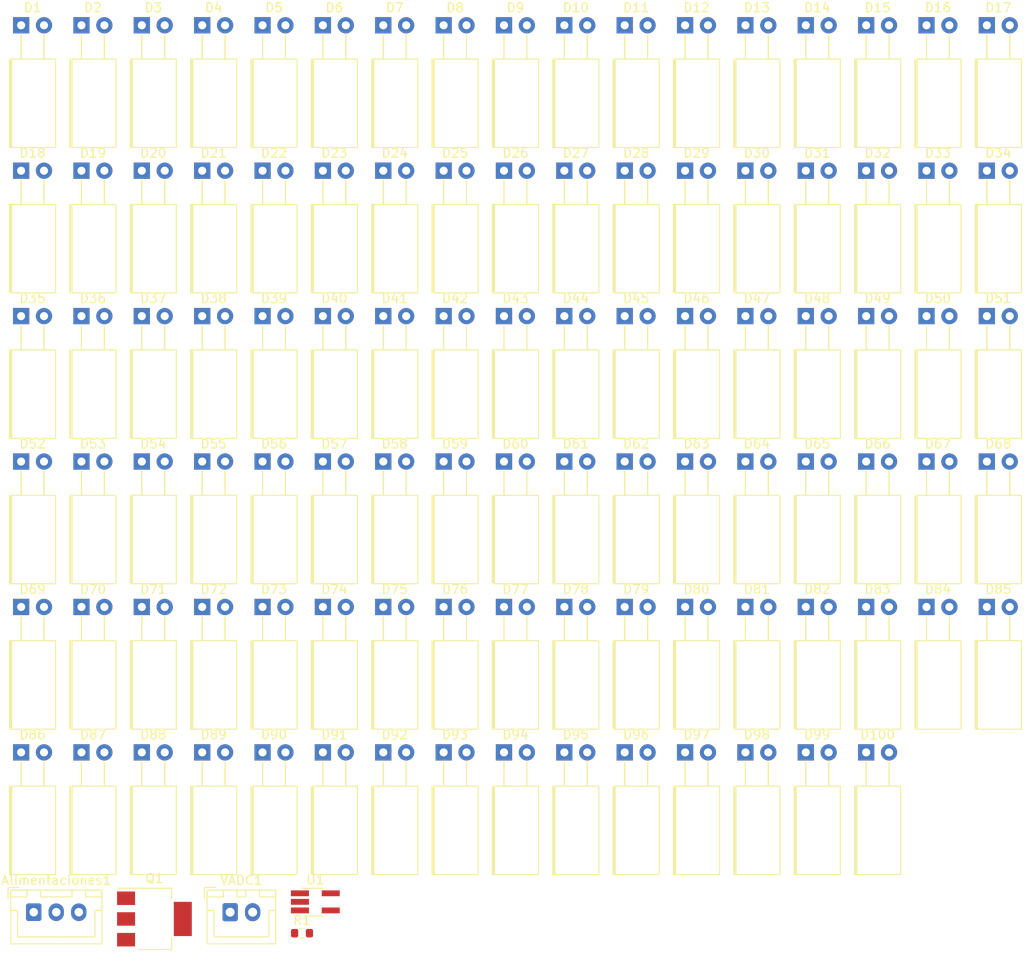
<source format=kicad_pcb>
(kicad_pcb (version 20221018) (generator pcbnew)
  (layers (0 "F.Cu" signal) (31 "B.Cu" signal) (34 "B.Paste" user) (35 "F.Paste" user) (36 "B.SilkS" user "B.Silkscreen") (37 "F.SilkS" user "F.Silkscreen") (38 "B.Mask" user) (39 "F.Mask" user) (44 "Edge.Cuts" user))
  (net 0 "")
  (net 1 "Vboost")
  (net 2 "GND")
  (net 3 "Bat")
  (net 4 "Net-(D1-K)")
  (net 5 "Net-(D2-K)")
  (net 6 "Net-(D3-K)")
  (net 7 "Net-(D4-K)")
  (net 8 "Net-(D5-K)")
  (net 9 "Net-(D6-K)")
  (net 10 "Net-(D7-K)")
  (net 11 "Net-(D8-K)")
  (net 12 "Net-(D10-A)")
  (net 13 "Net-(D10-K)")
  (net 14 "Net-(D11-K)")
  (net 15 "Net-(D12-K)")
  (net 16 "Net-(D13-K)")
  (net 17 "Net-(D14-K)")
  (net 18 "Net-(D15-K)")
  (net 19 "Net-(D16-K)")
  (net 20 "Net-(D17-K)")
  (net 21 "Net-(D18-K)")
  (net 22 "Net-(D19-K)")
  (net 23 "Net-(D21-K)")
  (net 24 "Net-(D22-K)")
  (net 25 "Net-(D23-K)")
  (net 26 "Net-(D24-K)")
  (net 27 "Net-(D25-K)")
  (net 28 "Net-(D26-K)")
  (net 29 "Net-(D27-K)")
  (net 30 "Net-(D28-K)")
  (net 31 "Net-(D29-K)")
  (net 32 "Net-(D31-K)")
  (net 33 "Net-(D32-K)")
  (net 34 "Net-(D33-K)")
  (net 35 "Net-(D34-K)")
  (net 36 "Net-(D35-K)")
  (net 37 "Net-(D36-K)")
  (net 38 "Net-(D37-K)")
  (net 39 "Net-(D38-K)")
  (net 40 "Net-(D39-K)")
  (net 41 "Net-(D41-K)")
  (net 42 "Net-(D42-K)")
  (net 43 "Net-(D43-K)")
  (net 44 "Net-(D44-K)")
  (net 45 "Net-(D45-K)")
  (net 46 "Net-(D46-K)")
  (net 47 "Net-(D47-K)")
  (net 48 "Net-(D48-K)")
  (net 49 "Net-(D49-K)")
  (net 50 "Net-(D51-K)")
  (net 51 "Net-(D52-K)")
  (net 52 "Net-(D53-K)")
  (net 53 "Net-(D54-K)")
  (net 54 "Net-(D55-K)")
  (net 55 "Net-(D56-K)")
  (net 56 "Net-(D57-K)")
  (net 57 "Net-(D58-K)")
  (net 58 "Net-(D59-K)")
  (net 59 "Net-(D61-K)")
  (net 60 "Net-(D62-K)")
  (net 61 "Net-(D63-K)")
  (net 62 "Net-(D64-K)")
  (net 63 "Net-(D65-K)")
  (net 64 "Net-(D66-K)")
  (net 65 "Net-(D67-K)")
  (net 66 "Net-(D68-K)")
  (net 67 "Net-(D69-K)")
  (net 68 "Net-(D71-K)")
  (net 69 "Net-(D72-K)")
  (net 70 "Net-(D73-K)")
  (net 71 "Net-(D74-K)")
  (net 72 "Net-(D75-K)")
  (net 73 "Net-(D76-K)")
  (net 74 "Net-(D77-K)")
  (net 75 "Net-(D78-K)")
  (net 76 "Net-(D79-K)")
  (net 77 "Net-(D81-K)")
  (net 78 "Net-(D82-K)")
  (net 79 "Net-(D83-K)")
  (net 80 "Net-(D84-K)")
  (net 81 "Net-(D85-K)")
  (net 82 "Net-(D86-K)")
  (net 83 "Net-(D87-K)")
  (net 84 "Net-(D88-K)")
  (net 85 "Net-(D89-K)")
  (net 86 "Net-(D91-K)")
  (net 87 "Net-(D92-K)")
  (net 88 "Net-(D93-K)")
  (net 89 "Net-(D94-K)")
  (net 90 "Net-(D95-K)")
  (net 91 "Net-(D96-K)")
  (net 92 "Net-(D97-K)")
  (net 93 "Net-(D98-K)")
  (net 94 "Net-(D100-A)")
  (net 95 "Net-(Q1-B)")
  (net 96 "Net-(Q1-E)")
  (net 97 "ADC")
  (footprint "LED_THT:LED_Rectangular_W5.0mm_H2.0mm_Horizontal_O3.81mm_Z3.0mm" (layer "F.Cu") (at 170.745 67.17)
    (fp_text reference "D47" (at 1.27 -1.96) (layer "F.SilkS"))
    (fp_text value "LED")
    (pad "1" thru_hole rect (at 0 0) (size 1.8 1.8) (drill 0.9) (layers "*.Cu" "*.Mask") (net 47 "Net-(D47-K)"))
    (pad "2" thru_hole circle (at 2.54 0) (size 1.8 1.8) (drill 0.9) (layers "*.Cu" "*.Mask") (net 46 "Net-(D46-K)"))
  )
  (footprint "LED_THT:LED_Rectangular_W5.0mm_H2.0mm_Horizontal_O3.81mm_Z3.0mm" (layer "F.Cu") (at 110.445 67.17)
    (fp_text reference "D38" (at 1.27 -1.96) (layer "F.SilkS"))
    (fp_text value "LED")
    (pad "1" thru_hole rect (at 0 0) (size 1.8 1.8) (drill 0.9) (layers "*.Cu" "*.Mask") (net 39 "Net-(D38-K)"))
    (pad "2" thru_hole circle (at 2.54 0) (size 1.8 1.8) (drill 0.9) (layers "*.Cu" "*.Mask") (net 38 "Net-(D37-K)"))
  )
  (footprint "LED_THT:LED_Rectangular_W5.0mm_H2.0mm_Horizontal_O3.81mm_Z3.0mm" (layer "F.Cu") (at 97.045 99.47)
    (fp_text reference "D70" (at 1.27 -1.96) (layer "F.SilkS"))
    (fp_text value "LED")
    (pad "1" thru_hole rect (at 0 0) (size 1.8 1.8) (drill 0.9) (layers "*.Cu" "*.Mask") (net 13 "Net-(D10-K)"))
    (pad "2" thru_hole circle (at 2.54 0) (size 1.8 1.8) (drill 0.9) (layers "*.Cu" "*.Mask") (net 67 "Net-(D69-K)"))
  )
  (footprint "LED_THT:LED_Rectangular_W5.0mm_H2.0mm_Horizontal_O3.81mm_Z3.0mm" (layer "F.Cu") (at 103.745 34.87)
    (fp_text reference "D3" (at 1.27 -1.96) (layer "F.SilkS"))
    (fp_text value "LED")
    (pad "1" thru_hole rect (at 0 0) (size 1.8 1.8) (drill 0.9) (layers "*.Cu" "*.Mask") (net 6 "Net-(D3-K)"))
    (pad "2" thru_hole circle (at 2.54 0) (size 1.8 1.8) (drill 0.9) (layers "*.Cu" "*.Mask") (net 5 "Net-(D2-K)"))
  )
  (footprint "LED_THT:LED_Rectangular_W5.0mm_H2.0mm_Horizontal_O3.81mm_Z3.0mm" (layer "F.Cu") (at 130.545 115.62)
    (fp_text reference "D92" (at 1.27 -1.96) (layer "F.SilkS"))
    (fp_text value "LED")
    (pad "1" thru_hole rect (at 0 0) (size 1.8 1.8) (drill 0.9) (layers "*.Cu" "*.Mask") (net 87 "Net-(D92-K)"))
    (pad "2" thru_hole circle (at 2.54 0) (size 1.8 1.8) (drill 0.9) (layers "*.Cu" "*.Mask") (net 86 "Net-(D91-K)"))
  )
  (footprint "LED_THT:LED_Rectangular_W5.0mm_H2.0mm_Horizontal_O3.81mm_Z3.0mm" (layer "F.Cu") (at 157.345 83.32)
    (fp_text reference "D62" (at 1.27 -1.96) (layer "F.SilkS"))
    (fp_text value "LED")
    (pad "1" thru_hole rect (at 0 0) (size 1.8 1.8) (drill 0.9) (layers "*.Cu" "*.Mask") (net 60 "Net-(D62-K)"))
    (pad "2" thru_hole circle (at 2.54 0) (size 1.8 1.8) (drill 0.9) (layers "*.Cu" "*.Mask") (net 59 "Net-(D61-K)"))
  )
  (footprint "LED_THT:LED_Rectangular_W5.0mm_H2.0mm_Horizontal_O3.81mm_Z3.0mm" (layer "F.Cu") (at 177.445 67.17)
    (fp_text reference "D48" (at 1.27 -1.96) (layer "F.SilkS"))
    (fp_text value "LED")
    (pad "1" thru_hole rect (at 0 0) (size 1.8 1.8) (drill 0.9) (layers "*.Cu" "*.Mask") (net 48 "Net-(D48-K)"))
    (pad "2" thru_hole circle (at 2.54 0) (size 1.8 1.8) (drill 0.9) (layers "*.Cu" "*.Mask") (net 47 "Net-(D47-K)"))
  )
  (footprint "LED_THT:LED_Rectangular_W5.0mm_H2.0mm_Horizontal_O3.81mm_Z3.0mm" (layer "F.Cu") (at 190.845 83.32)
    (fp_text reference "D67" (at 1.27 -1.96) (layer "F.SilkS"))
    (fp_text value "LED")
    (pad "1" thru_hole rect (at 0 0) (size 1.8 1.8) (drill 0.9) (layers "*.Cu" "*.Mask") (net 65 "Net-(D67-K)"))
    (pad "2" thru_hole circle (at 2.54 0) (size 1.8 1.8) (drill 0.9) (layers "*.Cu" "*.Mask") (net 64 "Net-(D66-K)"))
  )
  (footprint "LED_THT:LED_Rectangular_W5.0mm_H2.0mm_Horizontal_O3.81mm_Z3.0mm" (layer "F.Cu") (at 90.345 67.17)
    (fp_text reference "D35" (at 1.27 -1.96) (layer "F.SilkS"))
    (fp_text value "LED")
    (pad "1" thru_hole rect (at 0 0) (size 1.8 1.8) (drill 0.9) (layers "*.Cu" "*.Mask") (net 36 "Net-(D35-K)"))
    (pad "2" thru_hole circle (at 2.54 0) (size 1.8 1.8) (drill 0.9) (layers "*.Cu" "*.Mask") (net 35 "Net-(D34-K)"))
  )
  (footprint "LED_THT:LED_Rectangular_W5.0mm_H2.0mm_Horizontal_O3.81mm_Z3.0mm" (layer "F.Cu") (at 164.045 34.87)
    (fp_text reference "D12" (at 1.27 -1.96) (layer "F.SilkS"))
    (fp_text value "LED")
    (pad "1" thru_hole rect (at 0 0) (size 1.8 1.8) (drill 0.9) (layers "*.Cu" "*.Mask") (net 15 "Net-(D12-K)"))
    (pad "2" thru_hole circle (at 2.54 0) (size 1.8 1.8) (drill 0.9) (layers "*.Cu" "*.Mask") (net 14 "Net-(D11-K)"))
  )
  (footprint "LED_THT:LED_Rectangular_W5.0mm_H2.0mm_Horizontal_O3.81mm_Z3.0mm" (layer "F.Cu") (at 143.945 99.47)
    (fp_text reference "D77" (at 1.27 -1.96) (layer "F.SilkS"))
    (fp_text value "LED")
    (pad "1" thru_hole rect (at 0 0) (size 1.8 1.8) (drill 0.9) (layers "*.Cu" "*.Mask") (net 74 "Net-(D77-K)"))
    (pad "2" thru_hole circle (at 2.54 0) (size 1.8 1.8) (drill 0.9) (layers "*.Cu" "*.Mask") (net 73 "Net-(D76-K)"))
  )
  (footprint "LED_THT:LED_Rectangular_W5.0mm_H2.0mm_Horizontal_O3.81mm_Z3.0mm" (layer "F.Cu") (at 110.445 115.62)
    (fp_text reference "D89" (at 1.27 -1.96) (layer "F.SilkS"))
    (fp_text value "LED")
    (pad "1" thru_hole rect (at 0 0) (size 1.8 1.8) (drill 0.9) (layers "*.Cu" "*.Mask") (net 85 "Net-(D89-K)"))
    (pad "2" thru_hole circle (at 2.54 0) (size 1.8 1.8) (drill 0.9) (layers "*.Cu" "*.Mask") (net 84 "Net-(D88-K)"))
  )
  (footprint "LED_THT:LED_Rectangular_W5.0mm_H2.0mm_Horizontal_O3.81mm_Z3.0mm" (layer "F.Cu") (at 90.345 51.02)
    (fp_text reference "D18" (at 1.27 -1.96) (layer "F.SilkS"))
    (fp_text value "LED")
    (pad "1" thru_hole rect (at 0 0) (size 1.8 1.8) (drill 0.9) (layers "*.Cu" "*.Mask") (net 21 "Net-(D18-K)"))
    (pad "2" thru_hole circle (at 2.54 0) (size 1.8 1.8) (drill 0.9) (layers "*.Cu" "*.Mask") (net 20 "Net-(D17-K)"))
  )
  (footprint "LED_THT:LED_Rectangular_W5.0mm_H2.0mm_Horizontal_O3.81mm_Z3.0mm" (layer "F.Cu") (at 123.845 83.32)
    (fp_text reference "D57" (at 1.27 -1.96) (layer "F.SilkS"))
    (fp_text value "LED")
    (pad "1" thru_hole rect (at 0 0) (size 1.8 1.8) (drill 0.9) (layers "*.Cu" "*.Mask") (net 56 "Net-(D57-K)"))
    (pad "2" thru_hole circle (at 2.54 0) (size 1.8 1.8) (drill 0.9) (layers "*.Cu" "*.Mask") (net 55 "Net-(D56-K)"))
  )
  (footprint "LED_THT:LED_Rectangular_W5.0mm_H2.0mm_Horizontal_O3.81mm_Z3.0mm" (layer "F.Cu") (at 164.045 51.02)
    (fp_text reference "D29" (at 1.27 -1.96) (layer "F.SilkS"))
    (fp_text value "LED")
    (pad "1" thru_hole rect (at 0 0) (size 1.8 1.8) (drill 0.9) (layers "*.Cu" "*.Mask") (net 31 "Net-(D29-K)"))
    (pad "2" thru_hole circle (at 2.54 0) (size 1.8 1.8) (drill 0.9) (layers "*.Cu" "*.Mask") (net 30 "Net-(D28-K)"))
  )
  (footprint "LED_THT:LED_Rectangular_W5.0mm_H2.0mm_Horizontal_O3.81mm_Z3.0mm" (layer "F.Cu") (at 157.345 115.62)
    (fp_text reference "D96" (at 1.27 -1.96) (layer "F.SilkS"))
    (fp_text value "LED")
    (pad "1" thru_hole rect (at 0 0) (size 1.8 1.8) (drill 0.9) (layers "*.Cu" "*.Mask") (net 91 "Net-(D96-K)"))
    (pad "2" thru_hole circle (at 2.54 0) (size 1.8 1.8) (drill 0.9) (layers "*.Cu" "*.Mask") (net 90 "Net-(D95-K)"))
  )
  (footprint "LED_THT:LED_Rectangular_W5.0mm_H2.0mm_Horizontal_O3.81mm_Z3.0mm" (layer "F.Cu") (at 190.845 67.17)
    (fp_text reference "D50" (at 1.27 -1.96) (layer "F.SilkS"))
    (fp_text value "LED")
    (pad "1" thru_hole rect (at 0 0) (size 1.8 1.8) (drill 0.9) (layers "*.Cu" "*.Mask") (net 13 "Net-(D10-K)"))
    (pad "2" thru_hole circle (at 2.54 0) (size 1.8 1.8) (drill 0.9) (layers "*.Cu" "*.Mask") (net 49 "Net-(D49-K)"))
  )
  (footprint "LED_THT:LED_Rectangular_W5.0mm_H2.0mm_Horizontal_O3.81mm_Z3.0mm" (layer "F.Cu") (at 137.245 34.87)
    (fp_text reference "D8" (at 1.27 -1.96) (layer "F.SilkS"))
    (fp_text value "LED")
    (pad "1" thru_hole rect (at 0 0) (size 1.8 1.8) (drill 0.9) (layers "*.Cu" "*.Mask") (net 11 "Net-(D8-K)"))
    (pad "2" thru_hole circle (at 2.54 0) (size 1.8 1.8) (drill 0.9) (layers "*.Cu" "*.Mask") (net 10 "Net-(D7-K)"))
  )
  (footprint "LED_THT:LED_Rectangular_W5.0mm_H2.0mm_Horizontal_O3.81mm_Z3.0mm" (layer "F.Cu") (at 164.045 115.62)
    (fp_text reference "D97" (at 1.27 -1.96) (layer "F.SilkS"))
    (fp_text value "LED")
    (pad "1" thru_hole rect (at 0 0) (size 1.8 1.8) (drill 0.9) (layers "*.Cu" "*.Mask") (net 92 "Net-(D97-K)"))
    (pad "2" thru_hole circle (at 2.54 0) (size 1.8 1.8) (drill 0.9) (layers "*.Cu" "*.Mask") (net 91 "Net-(D96-K)"))
  )
  (footprint "LED_THT:LED_Rectangular_W5.0mm_H2.0mm_Horizontal_O3.81mm_Z3.0mm" (layer "F.Cu") (at 150.645 115.62)
    (fp_text reference "D95" (at 1.27 -1.96) (layer "F.SilkS"))
    (fp_text value "LED")
    (pad "1" thru_hole rect (at 0 0) (size 1.8 1.8) (drill 0.9) (layers "*.Cu" "*.Mask") (net 90 "Net-(D95-K)"))
    (pad "2" thru_hole circle (at 2.54 0) (size 1.8 1.8) (drill 0.9) (layers "*.Cu" "*.Mask") (net 89 "Net-(D94-K)"))
  )
  (footprint "LED_THT:LED_Rectangular_W5.0mm_H2.0mm_Horizontal_O3.81mm_Z3.0mm" (layer "F.Cu") (at 197.545 67.17)
    (fp_text reference "D51" (at 1.27 -1.96) (layer "F.SilkS"))
    (fp_text value "LED")
    (pad "1" thru_hole rect (at 0 0) (size 1.8 1.8) (drill 0.9) (layers "*.Cu" "*.Mask") (net 50 "Net-(D51-K)"))
    (pad "2" thru_hole circle (at 2.54 0) (size 1.8 1.8) (drill 0.9) (layers "*.Cu" "*.Mask") (net 1 "Vboost"))
  )
  (footprint "LED_THT:LED_Rectangular_W5.0mm_H2.0mm_Horizontal_O3.81mm_Z3.0mm" (layer "F.Cu") (at 164.045 99.47)
    (fp_text reference "D80" (at 1.27 -1.96) (layer "F.SilkS"))
    (fp_text value "LED")
    (pad "1" thru_hole rect (at 0 0) (size 1.8 1.8) (drill 0.9) (layers "*.Cu" "*.Mask") (net 13 "Net-(D10-K)"))
    (pad "2" thru_hole circle (at 2.54 0) (size 1.8 1.8) (drill 0.9) (layers "*.Cu" "*.Mask") (net 76 "Net-(D79-K)"))
  )
  (footprint "LED_THT:LED_Rectangular_W5.0mm_H2.0mm_Horizontal_O3.81mm_Z3.0mm" (layer "F.Cu") (at 110.445 51.02)
    (fp_text reference "D21" (at 1.27 -1.96) (layer "F.SilkS"))
    (fp_text value "LED")
    (pad "1" thru_hole rect (at 0 0) (size 1.8 1.8) (drill 0.9) (layers "*.Cu" "*.Mask") (net 23 "Net-(D21-K)"))
    (pad "2" thru_hole circle (at 2.54 0) (size 1.8 1.8) (drill 0.9) (layers "*.Cu" "*.Mask") (net 1 "Vboost"))
  )
  (footprint "LED_THT:LED_Rectangular_W5.0mm_H2.0mm_Horizontal_O3.81mm_Z3.0mm" (layer "F.Cu") (at 190.845 34.87)
    (fp_text reference "D16" (at 1.27 -1.96) (layer "F.SilkS"))
    (fp_text value "LED")
    (pad "1" thru_hole rect (at 0 0) (size 1.8 1.8) (drill 0.9) (layers "*.Cu" "*.Mask") (net 19 "Net-(D16-K)"))
    (pad "2" thru_hole circle (at 2.54 0) (size 1.8 1.8) (drill 0.9) (layers "*.Cu" "*.Mask") (net 18 "Net-(D15-K)"))
  )
  (footprint "LED_THT:LED_Rectangular_W5.0mm_H2.0mm_Horizontal_O3.81mm_Z3.0mm" (layer "F.Cu") (at 197.545 34.87)
    (fp_text reference "D17" (at 1.27 -1.96) (layer "F.SilkS"))
    (fp_text value "LED")
    (pad "1" thru_hole rect (at 0 0) (size 1.8 1.8) (drill 0.9) (layers "*.Cu" "*.Mask") (net 20 "Net-(D17-K)"))
    (pad "2" thru_hole circle (at 2.54 0) (size 1.8 1.8) (drill 0.9) (layers "*.Cu" "*.Mask") (net 19 "Net-(D16-K)"))
  )
  (footprint "LED_THT:LED_Rectangular_W5.0mm_H2.0mm_Horizontal_O3.81mm_Z3.0mm" (layer "F.Cu") (at 150.645 99.47)
    (fp_text reference "D78" (at 1.27 -1.96) (layer "F.SilkS"))
    (fp_text value "LED")
    (pad "1" thru_hole rect (at 0 0) (size 1.8 1.8) (drill 0.9) (layers "*.Cu" "*.Mask") (net 75 "Net-(D78-K)"))
    (pad "2" thru_hole circle (at 2.54 0) (size 1.8 1.8) (drill 0.9) (layers "*.Cu" "*.Mask") (net 74 "Net-(D77-K)"))
  )
  (footprint "LED_THT:LED_Rectangular_W5.0mm_H2.0mm_Horizontal_O3.81mm_Z3.0mm" (layer "F.Cu") (at 184.145 34.87)
    (fp_text reference "D15" (at 1.27 -1.96) (layer "F.SilkS"))
    (fp_text value "LED")
    (pad "1" thru_hole rect (at 0 0) (size 1.8 1.8) (drill 0.9) (layers "*.Cu" "*.Mask") (net 18 "Net-(D15-K)"))
    (pad "2" thru_hole circle (at 2.54 0) (size 1.8 1.8) (drill 0.9) (layers "*.Cu" "*.Mask") (net 17 "Net-(D14-K)"))
  )
  (footprint "LED_THT:LED_Rectangular_W5.0mm_H2.0mm_Horizontal_O3.81mm_Z3.0mm" (layer "F.Cu") (at 170.745 51.02)
    (fp_text reference "D30" (at 1.27 -1.96) (layer "F.SilkS"))
    (fp_text value "LED")
    (pad "1" thru_hole rect (at 0 0) (size 1.8 1.8) (drill 0.9) (layers "*.Cu" "*.Mask") (net 13 "Net-(D10-K)"))
    (pad "2" thru_hole circle (at 2.54 0) (size 1.8 1.8) (drill 0.9) (layers "*.Cu" "*.Mask") (net 31 "Net-(D29-K)"))
  )
  (footprint "LED_THT:LED_Rectangular_W5.0mm_H2.0mm_Horizontal_O3.81mm_Z3.0mm" (layer "F.Cu") (at 137.245 51.02)
    (fp_text reference "D25" (at 1.27 -1.96) (layer "F.SilkS"))
    (fp_text value "LED")
    (pad "1" thru_hole rect (at 0 0) (size 1.8 1.8) (drill 0.9) (layers "*.Cu" "*.Mask") (net 27 "Net-(D25-K)"))
    (pad "2" thru_hole circle (at 2.54 0) (size 1.8 1.8) (drill 0.9) (layers "*.Cu" "*.Mask") (net 26 "Net-(D24-K)"))
  )
  (footprint "LED_THT:LED_Rectangular_W5.0mm_H2.0mm_Horizontal_O3.81mm_Z3.0mm" (layer "F.Cu") (at 123.845 67.17)
    (fp_text reference "D40" (at 1.27 -1.96) (layer "F.SilkS"))
    (fp_text value "LED")
    (pad "1" thru_hole rect (at 0 0) (size 1.8 1.8) (drill 0.9) (layers "*.Cu" "*.Mask") (net 13 "Net-(D10-K)"))
    (pad "2" thru_hole circle (at 2.54 0) (size 1.8 1.8) (drill 0.9) (layers "*.Cu" "*.Mask") (net 40 "Net-(D39-K)"))
  )
  (footprint "LED_THT:LED_Rectangular_W5.0mm_H2.0mm_Horizontal_O3.81mm_Z3.0mm" (layer "F.Cu") (at 110.445 99.47)
    (fp_text reference "D72" (at 1.27 -1.96) (layer "F.SilkS"))
    (fp_text value "LED")
    (pad "1" thru_hole rect (at 0 0) (size 1.8 1.8) (drill 0.9) (layers "*.Cu" "*.Mask") (net 69 "Net-(D72-K)"))
    (pad "2" thru_hole circle (at 2.54 0) (size 1.8 1.8) (drill 0.9) (layers "*.Cu" "*.Mask") (net 68 "Net-(D71-K)"))
  )
  (footprint "LED_THT:LED_Rectangular_W5.0mm_H2.0mm_Horizontal_O3.81mm_Z3.0mm" (layer "F.Cu") (at 117.145 115.62)
    (fp_text reference "D90" (at 1.27 -1.96) (layer "F.SilkS"))
    (fp_text value "LED")
    (pad "1" thru_hole rect (at 0 0) (size 1.8 1.8) (drill 0.9) (layers "*.Cu" "*.Mask") (net 13 "Net-(D10-K)"))
    (pad "2" thru_hole circle (at 2.54 0) (size 1.8 1.8) (drill 0.9) (layers "*.Cu" "*.Mask") (net 85 "Net-(D89-K)"))
  )
  (footprint "LED_THT:LED_Rectangular_W5.0mm_H2.0mm_Horizontal_O3.81mm_Z3.0mm" (layer "F.Cu") (at 157.345 67.17)
    (fp_text reference "D45" (at 1.27 -1.96) (layer "F.SilkS"))
    (fp_text value "LED")
    (pad "1" thru_hole rect (at 0 0) (size 1.8 1.8) (drill 0.9) (layers "*.Cu" "*.Mask") (net 45 "Net-(D45-K)"))
    (pad "2" thru_hole circle (at 2.54 0) (size 1.8 1.8) (drill 0.9) (layers "*.Cu" "*.Mask") (net 44 "Net-(D44-K)"))
  )
  (footprint "LED_THT:LED_Rectangular_W5.0mm_H2.0mm_Horizontal_O3.81mm_Z3.0mm" (layer "F.Cu") (at 164.045 67.17)
    (fp_text reference "D46" (at 1.27 -1.96) (layer "F.SilkS"))
    (fp_text value "LED")
    (pad "1" thru_hole rect (at 0 0) (size 1.8 1.8) (drill 0.9) (layers "*.Cu" "*.Mask") (net 46 "Net-(D46-K)"))
    (pad "2" thru_hole circle (at 2.54 0) (size 1.8 1.8) (drill 0.9) (layers "*.Cu" "*.Mask") (net 45 "Net-(D45-K)"))
  )
  (footprint "LED_THT:LED_Rectangular_W5.0mm_H2.0mm_Horizontal_O3.81mm_Z3.0mm" (layer "F.Cu") (at 190.845 99.47)
    (fp_text reference "D84" (at 1.27 -1.96) (layer "F.SilkS"))
    (fp_text value "LED")
    (pad "1" thru_hole rect (at 0 0) (size 1.8 1.8) (drill 0.9) (layers "*.Cu" "*.Mask") (net 80 "Net-(D84-K)"))
    (pad "2" thru_hole circle (at 2.54 0) (size 1.8 1.8) (drill 0.9) (layers "*.Cu" "*.Mask") (net 79 "Net-(D83-K)"))
  )
  (footprint "LED_THT:LED_Rectangular_W5.0mm_H2.0mm_Horizontal_O3.81mm_Z3.0mm" (layer "F.Cu") (at 123.845 99.47)
    (fp_text reference "D74" (at 1.27 -1.96) (layer "F.SilkS"))
    (fp_text value "LED")
    (pad "1" thru_hole rect (at 0 0) (size 1.8 1.8) (drill 0.9) (layers "*.Cu" "*.Mask") (net 71 "Net-(D74-K)"))
    (pad "2" thru_hole circle (at 2.54 0) (size 1.8 1.8) (drill 0.9) (layers "*.Cu" "*.Mask") (net 70 "Net-(D73-K)"))
  )
  (footprint "LED_THT:LED_Rectangular_W5.0mm_H2.0mm_Horizontal_O3.81mm_Z3.0mm" (layer "F.Cu") (at 197.545 99.47)
    (fp_text reference "D85" (at 1.27 -1.96) (layer "F.SilkS"))
    (fp_text value "LED")
    (pad "1" thru_hole rect (at 0 0) (size 1.8 1.8) (drill 0.9) (layers "*.Cu" "*.Mask") (net 81 "Net-(D85-K)"))
    (pad "2" thru_hole circle (at 2.54 0) (size 1.8 1.8) (drill 0.9) (layers "*.Cu" "*.Mask") (net 80 "Net-(D84-K)"))
  )
  (footprint "LED_THT:LED_Rectangular_W5.0mm_H2.0mm_Horizontal_O3.81mm_Z3.0mm" (layer "F.Cu") (at 137.245 83.32)
    (fp_text reference "D59" (at 1.27 -1.96) (layer "F.SilkS"))
    (fp_text value "LED")
    (pad "1" thru_hole rect (at 0 0) (size 1.8 1.8) (drill 0.9) (layers "*.Cu" "*.Mask") (net 58 "Net-(D59-K)"))
    (pad "2" thru_hole circle (at 2.54 0) (size 1.8 1.8) (drill 0.9) (layers "*.Cu" "*.Mask") (net 57 "Net-(D58-K)"))
  )
  (footprint "LED_THT:LED_Rectangular_W5.0mm_H2.0mm_Horizontal_O3.81mm_Z3.0mm" (layer "F.Cu") (at 157.345 99.47)
    (fp_text reference "D79" (at 1.27 -1.96) (layer "F.SilkS"))
    (fp_text value "LED")
    (pad "1" thru_hole rect (at 0 0) (size 1.8 1.8) (drill 0.9) (layers "*.Cu" "*.Mask") (net 76 "Net-(D79-K)"))
    (pad "2" thru_hole circle (at 2.54 0) (size 1.8 1.8) (drill 0.9) (layers "*.Cu" "*.Mask") (net 75 "Net-(D78-K)"))
  )
  (footprint "LED_THT:LED_Rectangular_W5.0mm_H2.0mm_Horizontal_O3.81mm_Z3.0mm" (layer "F.Cu") (at 190.845 51.02)
    (fp_text reference "D33" (at 1.27 -1.96) (layer "F.SilkS"))
    (fp_text value "LED")
    (pad "1" thru_hole rect (at 0 0) (size 1.8 1.8) (drill 0.9) (layers "*.Cu" "*.Mask") (net 34 "Net-(D33-K)"))
    (pad "2" thru_hole circle (at 2.54 0) (size 1.8 1.8) (drill 0.9) (layers "*.Cu" "*.Mask") (net 33 "Net-(D32-K)"))
  )
  (footprint "LED_THT:LED_Rectangular_W5.0mm_H2.0mm_Horizontal_O3.81mm_Z3.0mm" (layer "F.Cu") (at 123.845 115.62)
    (fp_text reference "D91" (at 1.27 -1.96) (layer "F.SilkS"))
    (fp_text value "LED")
    (pad "1" thru_hole rect (at 0 0) (size 1.8 1.8) (drill 0.9) (layers "*.Cu" "*.Mask") (net 86 "Net-(D91-K)"))
    (pad "2" thru_hole circle (at 2.54 0) (size 1.8 1.8) (drill 0.9) (layers "*.Cu" "*.Mask") (net 1 "Vboost"))
  )
  (footprint "LED_THT:LED_Rectangular_W5.0mm_H2.0mm_Horizontal_O3.81mm_Z3.0mm" (layer "F.Cu") (at 157.345 51.02)
    (fp_text reference "D28" (at 1.27 -1.96) (layer "F.SilkS"))
    (fp_text value "LED")
    (pad "1" thru_hole rect (at 0 0) (size 1.8 1.8) (drill 0.9) (layers "*.Cu" "*.Mask") (net 30 "Net-(D28-K)"))
    (pad "2" thru_hole circle (at 2.54 0) (size 1.8 1.8) (drill 0.9) (layers "*.Cu" "*.Mask") (net 29 "Net-(D27-K)"))
  )
  (footprint "LED_THT:LED_Rectangular_W5.0mm_H2.0mm_Horizontal_O3.81mm_Z3.0mm" (layer "F.Cu") (at 103.745 51.02)
    (fp_text reference "D20" (at 1.27 -1.96) (layer "F.SilkS"))
    (fp_text value "LED")
    (pad "1" thru_hole rect (at 0 0) (size 1.8 1.8) (drill 0.9) (layers "*.Cu" "*.Mask") (net 13 "Net-(D10-K)"))
    (pad "2" thru_hole circle (at 2.54 0) (size 1.8 1.8) (drill 0.9) (layers "*.Cu" "*.Mask") (net 22 "Net-(D19-K)"))
  )
  (footprint "LED_THT:LED_Rectangular_W5.0mm_H2.0mm_Horizontal_O3.81mm_Z3.0mm" (layer "F.Cu") (at 97.045 115.62)
    (fp_text reference "D87" (at 1.27 -1.96) (layer "F.SilkS"))
    (fp_text value "LED")
    (pad "1" thru_hole rect (at 0 0) (size 1.8 1.8) (drill 0.9) (layers "*.Cu" "*.Mask") (net 83 "Net-(D87-K)"))
    (pad "2" thru_hole circle (at 2.54 0) (size 1.8 1.8) (drill 0.9) (layers "*.Cu" "*.Mask") (net 82 "Net-(D86-K)"))
  )
  (footprint "LED_THT:LED_Rectangular_W5.0mm_H2.0mm_Horizontal_O3.81mm_Z3.0mm" (layer "F.Cu") (at 130.545 83.32)
    (fp_text reference "D58" (at 1.27 -1.96) (layer "F.SilkS"))
    (fp_text value "LED")
    (pad "1" thru_hole rect (at 0 0) (size 1.8 1.8) (drill 0.9) (layers "*.Cu" "*.Mask") (net 57 "Net-(D58-K)"))
    (pad "2" thru_hole circle (at 2.54 0) (size 1.8 1.8) (drill 0.9) (layers "*.Cu" "*.Mask") (net 56 "Net-(D57-K)"))
  )
  (footprint "LED_THT:LED_Rectangular_W5.0mm_H2.0mm_Horizontal_O3.81mm_Z3.0mm" (layer "F.Cu") (at 143.945 83.32)
    (fp_text reference "D60" (at 1.27 -1.96) (layer "F.SilkS"))
    (fp_text value "LED")
    (pad "1" thru_hole rect (at 0 0) (size 1.8 1.8) (drill 0.9) (layers "*.Cu" "*.Mask") (net 13 "Net-(D10-K)"))
    (pad "2" thru_hole circle (at 2.54 0) (size 1.8 1.8) (drill 0.9) (layers "*.Cu" "*.Mask") (net 58 "Net-(D59-K)"))
  )
  (footprint "Connector_JST:JST_XH_B3B-XH-A_1x03_P2.50mm_Vertical" (layer "F.Cu") (at 91.745 133.37)
    (fp_text reference "Alimentaciones1" (at 2.5 -3.55) (layer "F.SilkS"))
    (fp_text value "Conn_01x03_Pin")
    (pad "1" thru_hole roundrect (at 0 0) (size 1.7 1.95) (drill 0.95) (layers "*.Cu" "*.Mask") (roundrect_rratio 0.147059) (net 1 "Vboost"))
    (pad "2" thru_hole oval (at 2.5 0) (size 1.7 1.95) (drill 0.95) (layers "*.Cu" "*.Mask") (net 2 "GND"))
    (pad "3" thru_hole oval (at 5 0) (size 1.7 1.95) (drill 0.95) (layers "*.Cu" "*.Mask") (net 3 "Bat"))
  )
  (footprint "LED_THT:LED_Rectangular_W5.0mm_H2.0mm_Horizontal_O3.81mm_Z3.0mm" (layer "F.Cu") (at 197.545 51.02)
    (fp_text reference "D34" (at 1.27 -1.96) (layer "F.SilkS"))
    (fp_text value "LED")
    (pad "1" thru_hole rect (at 0 0) (size 1.8 1.8) (drill 0.9) (layers "*.Cu" "*.Mask") (net 35 "Net-(D34-K)"))
    (pad "2" thru_hole circle (at 2.54 0) (size 1.8 1.8) (drill 0.9) (layers "*.Cu" "*.Mask") (net 34 "Net-(D33-K)"))
  )
  (footprint "LED_THT:LED_Rectangular_W5.0mm_H2.0mm_Horizontal_O3.81mm_Z3.0mm" (layer "F.Cu") (at 123.845 51.02)
    (fp_text reference "D23" (at 1.27 -1.96) (layer "F.SilkS"))
    (fp_text value "LED")
    (pad "1" thru_hole rect (at 0 0) (size 1.8 1.8) (drill 0.9) (layers "*.Cu" "*.Mask") (net 25 "Net-(D23-K)"))
    (pad "2" thru_hole circle (at 2.54 0) (size 1.8 1.8) (drill 0.9) (layers "*.Cu" "*.Mask") (net 24 "Net-(D22-K)"))
  )
  (footprint "LED_THT:LED_Rectangular_W5.0mm_H2.0mm_Horizontal_O3.81mm_Z3.0mm" (layer "F.Cu") (at 143.945 67.17)
    (fp_text reference "D43" (at 1.27 -1.96) (layer "F.SilkS"))
    (fp_text value "LED")
    (pad "1" thru_hole rect (at 0 0) (size 1.8 1.8) (drill 0.9) (layers "*.Cu" "*.Mask") (net 43 "Net-(D43-K)"))
    (pad "2" thru_hole circle (at 2.54 0) (size 1.8 1.8) (drill 0.9) (layers "*.Cu" "*.Mask") (net 42 "Net-(D42-K)"))
  )
  (footprint "LED_THT:LED_Rectangular_W5.0mm_H2.0mm_Horizontal_O3.81mm_Z3.0mm" (layer "F.Cu") (at 117.145 51.02)
    (fp_text reference "D22" (at 1.27 -1.96) (layer "F.SilkS"))
    (fp_text value "LED")
    (pad "1" thru_hole rect (at 0 0) (size 1.8 1.8) (drill 0.9) (layers "*.Cu" "*.Mask") (net 24 "Net-(D22-K)"))
    (pad "2" thru_hole circle (at 2.54 0) (size 1.8 1.8) (drill 0.9) (layers "*.Cu" "*.Mask") (net 23 "Net-(D21-K)"))
  )
  (footprint "LED_THT:LED_Rectangular_W5.0mm_H2.0mm_Horizontal_O3.81mm_Z3.0mm" (layer "F.Cu") (at 184.145 99.47)
    (fp_text reference "D83" (at 1.27 -1.96) (layer "F.SilkS"))
    (fp_text value "LED")
    (pad "1" thru_hole rect (at 0 0) (size 1.8 1.8) (drill 0.9) (layers "*.Cu" "*.Mask") (net 79 "Net-(D83-K)"))
    (pad "2" thru_hole circle (at 2.54 0) (size 1.8 1.8) (drill 0.9) (layers "*.Cu" "*.Mask") (net 78 "Net-(D82-K)"))
  )
  (footprint "LED_THT:LED_Rectangular_W5.0mm_H2.0mm_Horizontal_O3.81mm_Z3.0mm" (layer "F.Cu") (at 110.445 83.32)
    (fp_text reference "D55" (at 1.27 -1.96) (layer "F.SilkS"))
    (fp_text value "LED")
    (pad "1" thru_hole rect (at 0 0) (size 1.8 1.8) (drill 0.9) (layers "*.Cu" "*.Mask") (net 54 "Net-(D55-K)"))
    (pad "2" thru_hole circle (at 2.54 0) (size 1.8 1.8) (drill 0.9) (layers "*.Cu" "*.Mask") (net 53 "Net-(D54-K)"))
  )
  (footprint "LED_THT:LED_Rectangular_W5.0mm_H2.0mm_Horizontal_O3.81mm_Z3.0mm" (layer "F.Cu") (at 117.145 67.17)
    (fp_text reference "D39" (at 1.27 -1.96) (layer "F.SilkS"))
    (fp_text value "LED")
    (pad "1" thru_hole rect (at 0 0) (size 1.8 1.8) (drill 0.9) (layers "*.Cu" "*.Mask") (net 40 "Net-(D39-K)"))
    (pad "2" thru_hole circle (at 2.54 0) (size 1.8 1.8) (drill 0.9) (layers "*.Cu" "*.Mask") (net 39 "Net-(D38-K)"))
  )
  (footprint "LED_THT:LED_Rectangular_W5.0mm_H2.0mm_Horizontal_O3.81mm_Z3.0mm" (layer "F.Cu") (at 123.845 34.87)
    (fp_text reference "D6" (at 1.27 -1.96) (layer "F.SilkS"))
    (fp_text value "LED")
    (pad "1" thru_hole rect (at 0 0) (size 1.8 1.8) (drill 0.9) (layers "*.Cu" "*.Mask") (net 9 "Net-(D6-K)"))
    (pad "2" thru_hole circle (at 2.54 0) (size 1.8 1.8) (drill 0.9) (layers "*.Cu" "*.Mask") (net 8 "Net-(D5-K)"))
  )
  (footprint "LED_THT:LED_Rectangular_W5.0mm_H2.0mm_Horizontal_O3.81mm_Z3.0mm" (layer "F.Cu") (at 170.745 83.32)
    (fp_text reference "D64" (at 1.27 -1.96) (layer "F.SilkS"))
    (fp_text value "LED")
    (pad "1" thru_hole rect (at 0 0) (size 1.8 1.8) (drill 0.9) (layers "*.Cu" "*.Mask") (net 62 "Net-(D64-K)"))
    (pad "2" thru_hole circle (at 2.54 0) (size 1.8 1.8) (drill 0.9) (layers "*.Cu" "*.Mask") (net 61 "Net-(D63-K)"))
  )
  (footprint "LED_THT:LED_Rectangular_W5.0mm_H2.0mm_Horizontal_O3.81mm_Z3.0mm" (layer "F.Cu") (at 117.145 34.87)
    (fp_text reference "D5" (at 1.27 -1.96) (layer "F.SilkS"))
    (fp_text value "LED")
    (pad "1" thru_hole rect (at 0 0) (size 1.8 1.8) (drill 0.9) (layers "*.Cu" "*.Mask") (net 8 "Net-(D5-K)"))
    (pad "2" thru_hole circle (at 2.54 0) (size 1.8 1.8) (drill 0.9) (layers "*.Cu" "*.Mask") (net 7 "Net-(D4-K)"))
  )
  (footprint "LED_THT:LED_Rectangular_W5.0mm_H2.0mm_Horizontal_O3.81mm_Z3.0mm" (layer "F.Cu") (at 170.745 115.62)
    (fp_text reference "D98" (at 1.27 -1.96) (layer "F.SilkS"))
    (fp_text value "LED")
    (pad "1" thru_hole rect (at 0 0) (size 1.8 1.8) (drill 0.9) (layers "*.Cu" "*.Mask") (net 93 "Net-(D98-K)"))
    (pad "2" thru_hole circle (at 2.54 0) (size 1.8 1.8) (drill 0.9) (layers "*.Cu" "*.Mask") (net 92 "Net-(D97-K)"))
  )
  (footprint "LED_THT:LED_Rectangular_W5.0mm_H2.0mm_Horizontal_O3.81mm_Z3.0mm" (layer "F.Cu") (at 110.445 34.87)
    (fp_text reference "D4" (at 1.27 -1.96) (layer "F.SilkS"))
    (fp_text value "LED")
    (pad "1" thru_hole rect (at 0 0) (size 1.8 1.8) (drill 0.9) (layers "*.Cu" "*.Mask") (net 7 "Net-(D4-K)"))
    (pad "2" thru_hole circle (at 2.54 0) (size 1.8 1.8) (drill 0.9) (layers "*.Cu" "*.Mask") (net 6 "Net-(D3-K)"))
  )
  (footprint "LED_THT:LED_Rectangular_W5.0mm_H2.0mm_Horizontal_O3.81mm_Z3.0mm" (layer "F.Cu") (at 184.145 51.02)
    (fp_text reference "D32" (at 1.27 -1.96) (layer "F.SilkS"))
    (fp_text value "LED")
    (pad "1" thru_hole rect (at 0 0) (size 1.8 1.8) (drill 0.9) (layers "*.Cu" "*.Mask") (net 33 "Net-(D32-K)"))
    (pad "2" thru_hole circle (at 2.54 0) (size 1.8 1.8) (drill 0.9) (layers "*.Cu" "*.Mask") (net 32 "Net-(D31-K)"))
  )
  (footprint "LED_THT:LED_Rectangular_W5.0mm_H2.0mm_Horizontal_O3.81mm_Z3.0mm" (layer "F.Cu") (at 150.645 67.17)
    (fp_text reference "D44" (at 1.27 -1.96) (layer "F.SilkS"))
    (fp_text value "LED")
    (pad "1" thru_hole rect (at 0 0) (size 1.8 1.8) (drill 0.9) (layers "*.Cu" "*.Mask") (net 44 "Net-(D44-K)"))
    (pad "2" thru_hole circle (at 2.54 0) (size 1.8 1.8) (drill 0.9) (layers "*.Cu" "*.Mask") (net 43 "Net-(D43-K)"))
  )
  (footprint "LED_THT:LED_Rectangular_W5.0mm_H2.0mm_Horizontal_O3.81mm_Z3.0mm" (layer "F.Cu") (at 130.545 99.47)
    (fp_text reference "D75" (at 1.27 -1.96) (layer "F.SilkS"))
    (fp_text value "LED")
    (pad "1" thru_hole rect (at 0 0) (size 1.8 1.8) (drill 0.9) (layers "*.Cu" "*.Mask") (net 72 "Net-(D75-K)"))
    (pad "2" thru_hole circle (at 2.54 0) (size 1.8 1.8) (drill 0.9) (layers "*.Cu" "*.Mask") (net 71 "Net-(D74-K)"))
  )
  (footprint "LED_THT:LED_Rectangular_W5.0mm_H2.0mm_Horizontal_O3.81mm_Z3.0mm" (layer "F.Cu") (at 90.345 115.62)
    (fp_text reference "D86" (at 1.27 -1.96) (layer "F.SilkS"))
    (fp_text value "LED")
    (pad "1" thru_hole rect (at 0 0) (size 1.8 1.8) (drill 0.9) (layers "*.Cu" "*.Mask") (net 82 "Net-(D86-K)"))
    (pad "2" thru_hole circle (at 2.54 0) (size 1.8 1.8) (drill 0.9) (layers "*.Cu" "*.Mask") (net 81 "Net-(D85-K)"))
  )
  (footprint "LED_THT:LED_Rectangular_W5.0mm_H2.0mm_Horizontal_O3.81mm_Z3.0mm" (layer "F.Cu") (at 150.645 34.87)
    (fp_text reference "D10" (at 1.27 -1.96) (layer "F.SilkS"))
    (fp_text value "LED")
    (pad "1" thru_hole rect (at 0 0) (size 1.8 1.8) (drill 0.9) (layers "*.Cu" "*.Mask") (net 13 "Net-(D10-K)"))
    (pad "2" thru_hole circle (at 2.54 0) (size 1.8 1.8) (drill 0.9) (layers "*.Cu" "*.Mask") (net 12 "Net-(D10-A)"))
  )
  (footprint "LED_THT:LED_Rectangular_W5.0mm_H2.0mm_Horizontal_O3.81mm_Z3.0mm" (layer "F.Cu") (at 177.445 115.62)
    (fp_text reference "D99" (at 1.27 -1.96) (layer "F.SilkS"))
    (fp_text value "LED")
    (pad "1" thru_hole rect (at 0 0) (size 1.8 1.8) (drill 0.9) (layers "*.Cu" "*.Mask") (net 94 "Net-(D100-A)"))
    (pad "2" thru_hole circle (at 2.54 0) (size 1.8 1.8) (drill 0.9) (layers "*.Cu" "*.Mask") (net 93 "Net-(D98-K)"))
  )
  (footprint "LED_THT:LED_Rectangular_W5.0mm_H2.0mm_Horizontal_O3.81mm_Z3.0mm" (layer "F.Cu") (at 97.045 67.17)
    (fp_text reference "D36" (at 1.27 -1.96) (layer "F.SilkS"))
    (fp_text value "LED")
    (pad "1" thru_hole rect (at 0 0) (size 1.8 1.8) (drill 0.9) (layers "*.Cu" "*.Mask") (net 37 "Net-(D36-K)"))
    (pad "2" thru_hole circle (at 2.54 0) (size 1.8 1.8) (drill 0.9) (layers "*.Cu" "*.Mask") (net 36 "Net-(D35-K)"))
  )
  (footprint "LED_THT:LED_Rectangular_W5.0mm_H2.0mm_Horizontal_O3.81mm_Z3.0mm" (layer "F.Cu") (at 143.945 51.02)
    (fp_text reference "D26" (at 1.27 -1.96) (layer "F.SilkS"))
    (fp_text value "LED")
    (pad "1" thru_hole rect (at 0 0) (size 1.8 1.8) (drill 0.9) (layers "*.Cu" "*.Mask") (net 28 "Net-(D26-K)"))
    (pad "2" thru_hole circle (at 2.54 0) (size 1.8 1.8) (drill 0.9) (layers "*.Cu" "*.Mask") (net 27 "Net-(D25-K)"))
  )
  (footprint "LED_THT:LED_Rectangular_W5.0mm_H2.0mm_Horizontal_O3.81mm_Z3.0mm" (layer "F.Cu") (at 164.045 83.32)
    (fp_text reference "D63" (at 1.27 -1.96) (layer "F.SilkS"))
    (fp_text value "LED")
    (pad "1" thru_hole rect (at 0 0) (size 1.8 1.8) (drill 0.9) (layers "*.Cu" "*.Mask") (net 61 "Net-(D63-K)"))
    (pad "2" thru_hole circle (at 2.54 0) (size 1.8 1.8) (drill 0.9) (layers "*.Cu" "*.Mask") (net 60 "Net-(D62-K)"))
  )
  (footprint "LED_THT:LED_Rectangular_W5.0mm_H2.0mm_Horizontal_O3.81mm_Z3.0mm" (layer "F.Cu") (at 137.245 67.17)
    (fp_text reference "D42" (at 1.27 -1.96) (layer "F.SilkS"))
    (fp_text value "LED")
    (pad "1" thru_hole rect (at 0 0) (size 1.8 1.8) (drill 0.9) (layers "*.Cu" "*.Mask") (net 42 "Net-(D42-K)"))
    (pad "2" thru_hole circle (at 2.54 0) (size 1.8 1.8) (drill 0.9) (layers "*.Cu" "*.Mask") (net 41 "Net-(D41-K)"))
  )
  (footprint "Connector_JST:JST_XH_B2B-XH-A_1x02_P2.50mm_Vertical" (layer "F.Cu") (at 113.545 133.37)
    (fp_text reference "VADC1" (at 1.25 -3.55) (layer "F.SilkS"))
    (fp_text value "Conn_01x02_Pin")
    (pad "1" thru_hole roundrect (at 0 0) (size 1.7 2) (drill 1) (layers "*.Cu" "*.Mask") (roundrect_rratio 0.147059) (net 97 "ADC"))
    (pad "2" thru_hole oval (at 2.5 0) (size 1.7 2) (drill 1) (layers "*.Cu" "*.Mask") (net 2 "GND"))
  )
  (footprint "LED_THT:LED_Rectangular_W5.0mm_H2.0mm_Horizontal_O3.81mm_Z3.0mm" (layer "F.Cu") (at 90.345 34.87)
    (fp_text reference "D1" (at 1.27 -1.96) (layer "F.SilkS"))
    (fp_text value "LED")
    (pad "1" thru_hole rect (at 0 0) (size 1.8 1.8) (drill 0.9) (layers "*.Cu" "*.Mask") (net 4 "Net-(D1-K)"))
    (pad "2" thru_hole circle (at 2.54 0) (size 1.8 1.8) (drill 0.9) (layers "*.Cu" "*.Mask") (net 1 "Vboost"))
  )
  (footprint "LED_THT:LED_Rectangular_W5.0mm_H2.0mm_Horizontal_O3.81mm_Z3.0mm" (layer "F.Cu") (at 117.145 99.47)
    (fp_text reference "D73" (at 1.27 -1.96) (layer "F.SilkS"))
    (fp_text value "LED")
    (pad "1" thru_hole rect (at 0 0) (size 1.8 1.8) (drill 0.9) (layers "*.Cu" "*.Mask") (net 70 "Net-(D73-K)"))
    (pad "2" thru_hole circle (at 2.54 0) (size 1.8 1.8) (drill 0.9) (layers "*.Cu" "*.Mask") (net 69 "Net-(D72-K)"))
  )
  (footprint "LED_THT:LED_Rectangular_W5.0mm_H2.0mm_Horizontal_O3.81mm_Z3.0mm" (layer "F.Cu") (at 97.045 83.32)
    (fp_text reference "D53" (at 1.27 -1.96) (layer "F.SilkS"))
    (fp_text value "LED")
    (pad "1" thru_hole rect (at 0 0) (size 1.8 1.8) (drill 0.9) (layers "*.Cu" "*.Mask") (net 52 "Net-(D53-K)"))
    (pad "2" thru_hole circle (at 2.54 0) (size 1.8 1.8) (drill 0.9) (layers "*.Cu" "*.Mask") (net 51 "Net-(D52-K)"))
  )
  (footprint "LED_THT:LED_Rectangular_W5.0mm_H2.0mm_Horizontal_O3.81mm_Z3.0mm" (layer "F.Cu") (at 90.345 83.32)
    (fp_text reference "D52" (at 1.27 -1.96) (layer "F.SilkS"))
    (fp_text value "LED")
    (pad "1" thru_hole rect (at 0 0) (size 1.8 1.8) (drill 0.9) (layers "*.Cu" "*.Mask") (net 51 "Net-(D52-K)"))
    (pad "2" thru_hole circle (at 2.54 0) (size 1.8 1.8) (drill 0.9) (layers "*.Cu" "*.Mask") (net 50 "Net-(D51-K)"))
  )
  (footprint "LED_THT:LED_Rectangular_W5.0mm_H2.0mm_Horizontal_O3.81mm_Z3.0mm" (layer "F.Cu") (at 103.745 115.62)
    (fp_text reference "D88" (at 1.27 -1.96) (layer "F.SilkS"))
    (fp_text value "LED")
    (pad "1" thru_hole rect (at 0 0) (size 1.8 1.8) (drill 0.9) (layers "*.Cu" "*.Mask") (net 84 "Net-(D88-K)"))
    (pad "2" thru_hole circle (at 2.54 0) (size 1.8 1.8) (drill 0.9) (layers "*.Cu" "*.Mask") (net 83 "Net-(D87-K)"))
  )
  (footprint "LED_THT:LED_Rectangular_W5.0mm_H2.0mm_Horizontal_O3.81mm_Z3.0mm" (layer "F.Cu") (at 97.045 51.02)
    (fp_text reference "D19" (at 1.27 -1.96) (layer "F.SilkS"))
    (fp_text value "LED")
    (pad "1" thru_hole rect (at 0 0) (size 1.8 1.8) (drill 0.9) (layers "*.Cu" "*.Mask") (net 22 "Net-(D19-K)"))
    (pad "2" thru_hole circle (at 2.54 0) (size 1.8 1.8) (drill 0.9) (layers "*.Cu" "*.Mask") (net 21 "Net-(D18-K)"))
  )
  (footprint "LED_THT:LED_Rectangular_W5.0mm_H2.0mm_Horizontal_O3.81mm_Z3.0mm" (layer "F.Cu") (at 137.245 99.47)
    (fp_text reference "D76" (at 1.27 -1.96) (layer "F.SilkS"))
    (fp_text value "LED")
    (pad "1" thru_hole rect (at 0 0) (size 1.8 1.8) (drill 0.9) (layers "*.Cu" "*.Mask") (net 73 "Net-(D76-K)"))
    (pad "2" thru_hole circle (at 2.54 0) (size 1.8 1.8) (drill 0.9) (layers "*.Cu" "*.Mask") (net 72 "Net-(D75-K)"))
  )
  (footprint "LED_THT:LED_Rectangular_W5.0mm_H2.0mm_Horizontal_O3.81mm_Z3.0mm" (layer "F.Cu") (at 184.145 67.17)
    (fp_text reference "D49" (at 1.27 -1.96) (layer "F.SilkS"))
    (fp_text value "LED")
    (pad "1" thru_hole rect (at 0 0) (size 1.8 1.8) (drill 0.9) (layers "*.Cu" "*.Mask") (net 49 "Net-(D49-K)"))
    (pad "2" thru_hole circle (at 2.54 0) (size 1.8 1.8) (drill 0.9) (layers "*.Cu" "*.Mask") (net 48 "Net-(D48-K)"))
  )
  (footprint "LED_THT:LED_Rectangular_W5.0mm_H2.0mm_Horizontal_O3.81mm_Z3.0mm" (layer "F.Cu") (at 177.445 99.47)
    (fp_text reference "D82" (at 1.27 -1.96) (layer "F.SilkS"))
    (fp_text value "LED")
    (pad "1" thru_hole rect (at 0 0) (size 1.8 1.8) (drill 0.9) (layers "*.Cu" "*.Mask") (net 78 "Net-(D82-K)"))
    (pad "2" thru_hole circle (at 2.54 0) (size 1.8 1.8) (drill 0.9) (layers "*.Cu" "*.Mask") (net 77 "Net-(D81-K)"))
  )
  (footprint "Resistor_SMD:R_0603_1608Metric" (layer "F.Cu") (at 121.525 135.7)
    (fp_text reference "R1" (at 0 -1.43) (layer "F.SilkS"))
    (fp_text value "3.3")
    (pad "1" smd roundrect (at -0.825 0) (size 0.8 0.95) (layers "F.Cu" "F.Paste" "F.Mask") (net 96 "Net-(Q1-E)"))
    (pad "2" smd roundrect (at 0.825 0) (size 0.8 0.95) (layers "F.Cu" "F.Paste" "F.Mask") (net 2 "GND"))
  )
  (footprint "LED_THT:LED_Rectangular_W5.0mm_H2.0mm_Horizontal_O3.81mm_Z3.0mm" (layer "F.Cu") (at 117.145 83.32)
    (fp_text reference "D56" (at 1.27 -1.96) (layer "F.SilkS"))
    (fp_text value "LED")
    (pad "1" thru_hole rect (at 0 0) (size 1.8 1.8) (drill 0.9) (layers "*.Cu" "*.Mask") (net 55 "Net-(D56-K)"))
    (pad "2" thru_hole circle (at 2.54 0) (size 1.8 1.8) (drill 0.9) (layers "*.Cu" "*.Mask") (net 54 "Net-(D55-K)"))
  )
  (footprint "LED_THT:LED_Rectangular_W5.0mm_H2.0mm_Horizontal_O3.81mm_Z3.0mm" (layer "F.Cu") (at 143.945 34.87)
    (fp_text reference "D9" (at 1.27 -1.96) (layer "F.SilkS"))
    (fp_text value "LED")
    (pad "1" thru_hole rect (at 0 0) (size 1.8 1.8) (drill 0.9) (layers "*.Cu" "*.Mask") (net 12 "Net-(D10-A)"))
    (pad "2" thru_hole circle (at 2.54 0) (size 1.8 1.8) (drill 0.9) (layers "*.Cu" "*.Mask") (net 11 "Net-(D8-K)"))
  )
  (footprint "LED_THT:LED_Rectangular_W5.0mm_H2.0mm_Horizontal_O3.81mm_Z3.0mm" (layer "F.Cu") (at 130.545 67.17)
    (fp_text reference "D41" (at 1.27 -1.96) (layer "F.SilkS"))
    (fp_text value "LED")
    (pad "1" thru_hole rect (at 0 0) (size 1.8 1.8) (drill 0.9) (layers "*.Cu" "*.Mask") (net 41 "Net-(D41-K)"))
    (pad "2" thru_hole circle (at 2.54 0) (size 1.8 1.8) (drill 0.9) (layers "*.Cu" "*.Mask") (net 1 "Vboost"))
  )
  (footprint "LED_THT:LED_Rectangular_W5.0mm_H2.0mm_Horizontal_O3.81mm_Z3.0mm" (layer "F.Cu") (at 170.745 99.47)
    (fp_text reference "D81" (at 1.27 -1.96) (layer "F.SilkS"))
    (fp_text value "LED")
    (pad "1" thru_hole rect (at 0 0) (size 1.8 1.8) (drill 0.9) (layers "*.Cu" "*.Mask") (net 77 "Net-(D81-K)"))
    (pad "2" thru_hole circle (at 2.54 0) (size 1.8 1.8) (drill 0.9) (layers "*.Cu" "*.Mask") (net 1 "Vboost"))
  )
  (footprint "LED_THT:LED_Rectangular_W5.0mm_H2.0mm_Horizontal_O3.81mm_Z3.0mm" (layer "F.Cu") (at 90.345 99.47)
    (fp_text reference "D69" (at 1.27 -1.96) (layer "F.SilkS"))
    (fp_text value "LED")
    (pad "1" thru_hole rect (at 0 0) (size 1.8 1.8) (drill 0.9) (layers "*.Cu" "*.Mask") (net 67 "Net-(D69-K)"))
    (pad "2" thru_hole circle (at 2.54 0) (size 1.8 1.8) (drill 0.9) (layers "*.Cu" "*.Mask") (net 66 "Net-(D68-K)"))
  )
  (footprint "LED_THT:LED_Rectangular_W5.0mm_H2.0mm_Horizontal_O3.81mm_Z3.0mm" (layer "F.Cu") (at 150.645 83.32)
    (fp_text reference "D61" (at 1.27 -1.96) (layer "F.SilkS"))
    (fp_text value "LED")
    (pad "1" thru_hole rect (at 0 0) (size 1.8 1.8) (drill 0.9) (layers "*.Cu" "*.Mask") (net 59 "Net-(D61-K)"))
    (pad "2" thru_hole circle (at 2.54 0) (size 1.8 1.8) (drill 0.9) (layers "*.Cu" "*.Mask") (net 1 "Vboost"))
  )
  (footprint "LED_THT:LED_Rectangular_W5.0mm_H2.0mm_Horizontal_O3.81mm_Z3.0mm" (layer "F.Cu") (at 184.145 115.62)
    (fp_text reference "D100" (at 1.27 -1.96) (layer "F.SilkS"))
    (fp_text value "LED")
    (pad "1" thru_hole rect (at 0 0) (size 1.8 1.8) (drill 0.9) (layers "*.Cu" "*.Mask") (net 13 "Net-(D10-K)"))
    (pad "2" thru_hole circle (at 2.54 0) (size 1.8 1.8) (drill 0.9) (layers "*.Cu" "*.Mask") (net 94 "Net-(D100-A)"))
  )
  (footprint "LED_THT:LED_Rectangular_W5.0mm_H2.0mm_Horizontal_O3.81mm_Z3.0mm" (layer "F.Cu") (at 97.045 34.87)
    (fp_text reference "D2" (at 1.27 -1.96) (layer "F.SilkS"))
    (fp_text value "LED")
    (pad "1" thru_hole rect (at 0 0) (size 1.8 1.8) (drill 0.9) (layers "*.Cu" "*.Mask") (net 5 "Net-(D2-K)"))
    (pad "2" thru_hole circle (at 2.54 0) (size 1.8 1.8) (drill 0.9) (layers "*.Cu" "*.Mask") (net 4 "Net-(D1-K)"))
  )
  (footprint "LED_THT:LED_Rectangular_W5.0mm_H2.0mm_Horizontal_O3.81mm_Z3.0mm" (layer "F.Cu") (at 150.645 51.02)
    (fp_text reference "D27" (at 1.27 -1.96) (layer "F.SilkS"))
    (fp_text value "LED")
    (pad "1" thru_hole rect (at 0 0) (size 1.8 1.8) (drill 0.9) (layers "*.Cu" "*.Mask") (net 29 "Net-(D27-K)"))
    (pad "2" thru_hole circle (at 2.54 0) (size 1.8 1.8) (drill 0.9) (layers "*.Cu" "*.Mask") (net 28 "Net-(D26-K)"))
  )
  (footprint "LED_THT:LED_Rectangular_W5.0mm_H2.0mm_Horizontal_O3.81mm_Z3.0mm" (layer "F.Cu") (at 177.445 83.32)
    (fp_text reference "D65" (at 1.27 -1.96) (layer "F.SilkS"))
    (fp_text value "LED")
    (pad "1" thru_hole rect (at 0 0) (size 1.8 1.8) (drill 0.9) (layers "*.Cu" "*.Mask") (net 63 "Net-(D65-K)"))
    (pad "2" thru_hole circle (at 2.54 0) (size 1.8 1.8) (drill 0.9) (layers "*.Cu" "*.Mask") (net 62 "Net-(D64-K)"))
  )
  (footprint "Package_TO_SOT_SMD:TSOT-23-5_HandSoldering" (layer "F.Cu") (at 123.005 132.22)
    (fp_text reference "U1" (at 0 -2.45) (layer "F.SilkS"))
    (fp_text value "OPA735")
    (pad "1" smd rect (at -1.71 -0.95) (size 2 0.65) (layers "F.Cu" "F.Paste" "F.Mask") (net 97 "ADC"))
    (pad "2" smd rect (at -1.71 0) (size 2 0.65) (layers "F.Cu" "F.Paste" "F.Mask") (net 96 "Net-(Q1-E)"))
    (pad "3" smd rect (at -1.71 0.95) (size 2 0.65) (layers "F.Cu" "F.Paste" "F.Mask") (net 95 "Net-(Q1-B)"))
    (pad "4" smd rect (at 1.71 0.95) (size 2 0.65) (layers "F.Cu" "F.Paste" "F.Mask") (net 3 "Bat"))
    (pad "5" smd rect (at 1.71 -0.95) (size 2 0.65) (layers "F.Cu" "F.Paste" "F.Mask") (net 2 "GND"))
  )
  (footprint "LED_THT:LED_Rectangular_W5.0mm_H2.0mm_Horizontal_O3.81mm_Z3.0mm" (layer "F.Cu") (at 137.245 115.62)
    (fp_text reference "D93" (at 1.27 -1.96) (layer "F.SilkS"))
    (fp_text value "LED")
    (pad "1" thru_hole rect (at 0 0) (size 1.8 1.8) (drill 0.9) (layers "*.Cu" "*.Mask") (net 88 "Net-(D93-K)"))
    (pad "2" thru_hole circle (at 2.54 0) (size 1.8 1.8) (drill 0.9) (layers "*.Cu" "*.Mask") (net 87 "Net-(D92-K)"))
  )
  (footprint "LED_THT:LED_Rectangular_W5.0mm_H2.0mm_Horizontal_O3.81mm_Z3.0mm" (layer "F.Cu") (at 177.445 34.87)
    (fp_text reference "D14" (at 1.27 -1.96) (layer "F.SilkS"))
    (fp_text value "LED")
    (pad "1" thru_hole rect (at 0 0) (size 1.8 1.8) (drill 0.9) (layers "*.Cu" "*.Mask") (net 17 "Net-(D14-K)"))
    (pad "2" thru_hole circle (at 2.54 0) (size 1.8 1.8) (drill 0.9) (layers "*.Cu" "*.Mask") (net 16 "Net-(D13-K)"))
  )
  (footprint "LED_THT:LED_Rectangular_W5.0mm_H2.0mm_Horizontal_O3.81mm_Z3.0mm" (layer "F.Cu") (at 143.945 115.62)
    (fp_text reference "D94" (at 1.27 -1.96) (layer "F.SilkS"))
    (fp_text value "LED")
    (pad "1" thru_hole rect (at 0 0) (size 1.8 1.8) (drill 0.9) (layers "*.Cu" "*.Mask") (net 89 "Net-(D94-K)"))
    (pad "2" thru_hole circle (at 2.54 0) (size 1.8 1.8) (drill 0.9) (layers "*.Cu" "*.Mask") (net 88 "Net-(D93-K)"))
  )
  (footprint "LED_THT:LED_Rectangular_W5.0mm_H2.0mm_Horizontal_O3.81mm_Z3.0mm" (layer "F.Cu") (at 103.745 83.32)
    (fp_text reference "D54" (at 1.27 -1.96) (layer "F.SilkS"))
    (fp_text value "LED")
    (pad "1" thru_hole rect (at 0 0) (size 1.8 1.8) (drill 0.9) (layers "*.Cu" "*.Mask") (net 53 "Net-(D54-K)"))
    (pad "2" thru_hole circle (at 2.54 0) (size 1.8 1.8) (drill 0.9) (layers "*.Cu" "*.Mask") (net 52 "Net-(D53-K)"))
  )
  (footprint "LED_THT:LED_Rectangular_W5.0mm_H2.0mm_Horizontal_O3.81mm_Z3.0mm" (layer "F.Cu") (at 130.545 34.87)
    (fp_text reference "D7" (at 1.27 -1.96) (layer "F.SilkS"))
    (fp_text value "LED")
    (pad "1" thru_hole rect (at 0 0) (size 1.8 1.8) (drill 0.9) (layers "*.Cu" "*.Mask") (net 10 "Net-(D7-K)"))
    (pad "2" thru_hole circle (at 2.54 0) (size 1.8 1.8) (drill 0.9) (layers "*.Cu" "*.Mask") (net 9 "Net-(D6-K)"))
  )
  (footprint "LED_THT:LED_Rectangular_W5.0mm_H2.0mm_Horizontal_O3.81mm_Z3.0mm" (layer "F.Cu") (at 177.445 51.02)
    (fp_text reference "D31" (at 1.27 -1.96) (layer "F.SilkS"))
    (fp_text value "LED")
    (pad "1" thru_hole rect (at 0 0) (size 1.8 1.8) (drill 0.9) (layers "*.Cu" "*.Mask") (net 32 "Net-(D31-K)"))
    (pad "2" thru_hole circle (at 2.54 0) (size 1.8 1.8) (drill 0.9) (layers "*.Cu" "*.Mask") (net 1 "Vboost"))
  )
  (footprint "LED_THT:LED_Rectangular_W5.0mm_H2.0mm_Horizontal_O3.81mm_Z3.0mm" (layer "F.Cu") (at 157.345 34.87)
    (fp_text reference "D11" (at 1.27 -1.96) (layer "F.SilkS"))
    (fp_text value "LED")
    (pad "1" thru_hole rect (at 0 0) (size 1.8 1.8) (drill 0.9) (layers "*.Cu" "*.Mask") (net 14 "Net-(D11-K)"))
    (pad "2" thru_hole circle (at 2.54 0) (size 1.8 1.8) (drill 0.9) (layers "*.Cu" "*.Mask") (net 1 "Vboost"))
  )
  (footprint "LED_THT:LED_Rectangular_W5.0mm_H2.0mm_Horizontal_O3.81mm_Z3.0mm" (layer "F.Cu") (at 170.745 34.87)
    (fp_text reference "D13" (at 1.27 -1.96) (layer "F.SilkS"))
    (fp_text value "LED")
    (pad "1" thru_hole rect (at 0 0) (size 1.8 1.8) (drill 0.9) (layers "*.Cu" "*.Mask") (net 16 "Net-(D13-K)"))
    (pad "2" thru_hole circle (at 2.54 0) (size 1.8 1.8) (drill 0.9) (layers "*.Cu" "*.Mask") (net 15 "Net-(D12-K)"))
  )
  (footprint "LED_THT:LED_Rectangular_W5.0mm_H2.0mm_Horizontal_O3.81mm_Z3.0mm" (layer "F.Cu") (at 197.545 83.32)
    (fp_text reference "D68" (at 1.27 -1.96) (layer "F.SilkS"))
    (fp_text value "LED")
    (pad "1" thru_hole rect (at 0 0) (size 1.8 1.8) (drill 0.9) (layers "*.Cu" "*.Mask") (net 66 "Net-(D68-K)"))
    (pad "2" thru_hole circle (at 2.54 0) (size 1.8 1.8) (drill 0.9) (layers "*.Cu" "*.Mask") (net 65 "Net-(D67-K)"))
  )
  (footprint "LED_THT:LED_Rectangular_W5.0mm_H2.0mm_Horizontal_O3.81mm_Z3.0mm" (layer "F.Cu") (at 130.545 51.02)
    (fp_text reference "D24" (at 1.27 -1.96) (layer "F.SilkS"))
    (fp_text value "LED")
    (pad "1" thru_hole rect (at 0 0) (size 1.8 1.8) (drill 0.9) (layers "*.Cu" "*.Mask") (net 26 "Net-(D24-K)"))
    (pad "2" thru_hole circle (at 2.54 0) (size 1.8 1.8) (drill 0.9) (layers "*.Cu" "*.Mask") (net 25 "Net-(D23-K)"))
  )
  (footprint "LED_THT:LED_Rectangular_W5.0mm_H2.0mm_Horizontal_O3.81mm_Z3.0mm" (layer "F.Cu") (at 103.745 99.47)
    (fp_text reference "D71" (at 1.27 -1.96) (layer "F.SilkS"))
    (fp_text value "LED")
    (pad "1" thru_hole rect (at 0 0) (size 1.8 1.8) (drill 0.9) (layers "*.Cu" "*.Mask") (net 68 "Net-(D71-K)"))
    (pad "2" thru_hole circle (at 2.54 0) (size 1.8 1.8) (drill 0.9) (layers "*.Cu" "*.Mask") (net 1 "Vboost"))
  )
  (footprint "LED_THT:LED_Rectangular_W5.0mm_H2.0mm_Horizontal_O3.81mm_Z3.0mm" (layer "F.Cu") (at 184.145 83.32)
    (fp_text reference "D66" (at 1.27 -1.96) (layer "F.SilkS"))
    (fp_text value "LED")
    (pad "1" thru_hole rect (at 0 0) (size 1.8 1.8) (drill 0.9) (layers "*.Cu" "*.Mask") (net 64 "Net-(D66-K)"))
    (pad "2" thru_hole circle (at 2.54 0) (size 1.8 1.8) (drill 0.9) (layers "*.Cu" "*.Mask") (net 63 "Net-(D65-K)"))
  )
  (footprint "LED_THT:LED_Rectangular_W5.0mm_H2.0mm_Horizontal_O3.81mm_Z3.0mm" (layer "F.Cu") (at 103.745 67.17)
    (fp_text reference "D37" (at 1.27 -1.96) (layer "F.SilkS"))
    (fp_text value "LED")
    (pad "1" thru_hole rect (at 0 0) (size 1.8 1.8) (drill 0.9) (layers "*.Cu" "*.Mask") (net 38 "Net-(D37-K)"))
    (pad "2" thru_hole circle (at 2.54 0) (size 1.8 1.8) (drill 0.9) (layers "*.Cu" "*.Mask") (net 37 "Net-(D36-K)"))
  )
  (footprint "Package_TO_SOT_SMD:SOT-223" (layer "F.Cu") (at 105.145 134.12)
    (fp_text reference "Q1" (at 0 -4.5) (layer "F.SilkS"))
    (fp_text value "NPN")
    (pad "1" smd rect (at -3.15 -2.3) (size 2 1.5) (layers "F.Cu" "F.Paste" "F.Mask") (net 13 "Net-(D10-K)"))
    (pad "2" smd rect (at -3.15 0) (size 2 1.5) (layers "F.Cu" "F.Paste" "F.Mask") (net 95 "Net-(Q1-B)"))
    (pad "3" smd rect (at -3.15 2.3) (size 2 1.5) (layers "F.Cu" "F.Paste" "F.Mask") (net 96 "Net-(Q1-E)"))
    (pad "4" smd rect (at 3.15 0) (size 2 3.8) (layers "F.Cu" "F.Paste" "F.Mask"))
  )
)
</source>
